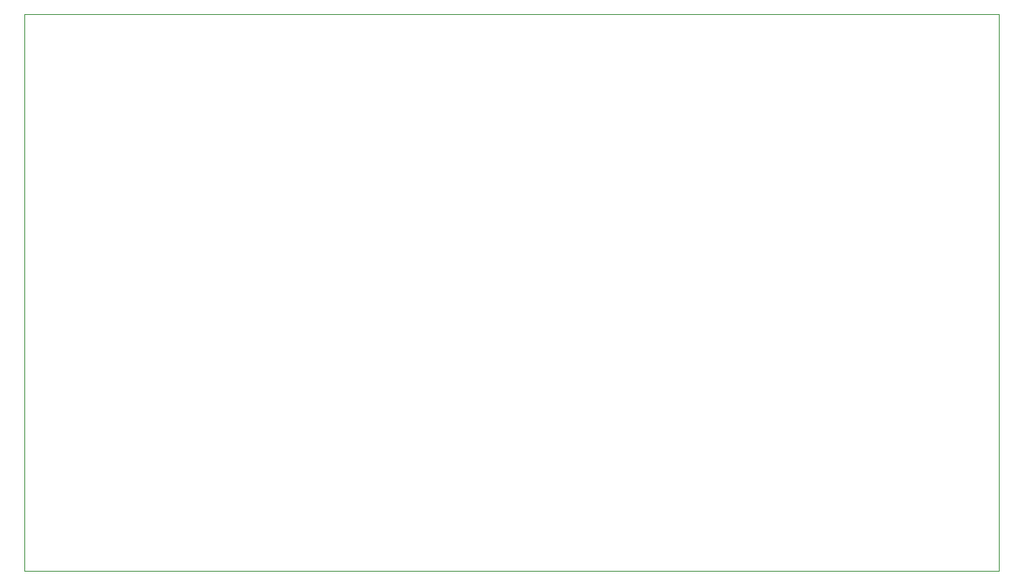
<source format=gbr>
G04 #@! TF.GenerationSoftware,KiCad,Pcbnew,(5.1.6)-1*
G04 #@! TF.CreationDate,2020-09-29T23:02:08-04:00*
G04 #@! TF.ProjectId,HP_power_supply_breakout,48505f70-6f77-4657-925f-737570706c79,rev?*
G04 #@! TF.SameCoordinates,Original*
G04 #@! TF.FileFunction,Profile,NP*
%FSLAX46Y46*%
G04 Gerber Fmt 4.6, Leading zero omitted, Abs format (unit mm)*
G04 Created by KiCad (PCBNEW (5.1.6)-1) date 2020-09-29 23:02:08*
%MOMM*%
%LPD*%
G01*
G04 APERTURE LIST*
G04 #@! TA.AperFunction,Profile*
%ADD10C,0.050000*%
G04 #@! TD*
G04 APERTURE END LIST*
D10*
X52500000Y-30000000D02*
X52500000Y30000000D01*
X-52500000Y-30000000D02*
X52500000Y-30000000D01*
X-52500000Y30000000D02*
X-52500000Y-30000000D01*
X52500000Y30000000D02*
X-52500000Y30000000D01*
M02*

</source>
